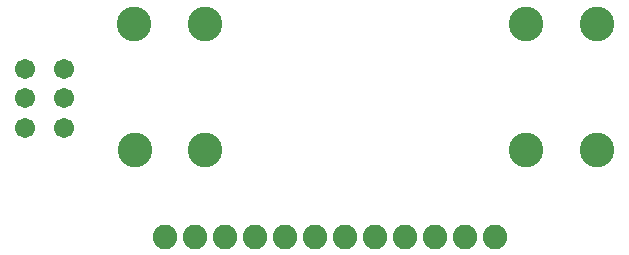
<source format=gbs>
G75*
%MOIN*%
%OFA0B0*%
%FSLAX24Y24*%
%IPPOS*%
%LPD*%
%AMOC8*
5,1,8,0,0,1.08239X$1,22.5*
%
%ADD10C,0.0820*%
%ADD11C,0.1155*%
%ADD12C,0.0674*%
D10*
X008760Y000750D03*
X009760Y000750D03*
X010760Y000750D03*
X011760Y000750D03*
X012760Y000750D03*
X013760Y000750D03*
X014760Y000750D03*
X015760Y000750D03*
X016760Y000750D03*
X017760Y000750D03*
X018760Y000750D03*
X019760Y000750D03*
D11*
X020811Y003650D03*
X023169Y003650D03*
X023160Y007850D03*
X020801Y007850D03*
X010108Y007850D03*
X007750Y007850D03*
X007760Y003650D03*
X010118Y003650D03*
D12*
X004110Y004381D03*
X004110Y005366D03*
X004110Y006350D03*
X005409Y006350D03*
X005409Y005366D03*
X005409Y004381D03*
M02*

</source>
